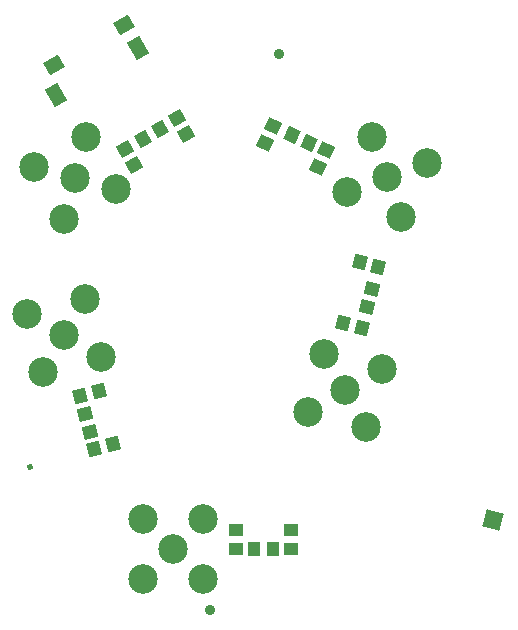
<source format=gts>
G04 Layer_Color=8388736*
%FSLAX25Y25*%
%MOIN*%
G70*
G01*
G75*
%ADD37P,0.08268X4X300.0*%
%ADD38P,0.02523X4X150.0*%
G04:AMPARAMS|DCode=39|XSize=47.37mil|YSize=67.06mil|CornerRadius=0mil|HoleSize=0mil|Usage=FLASHONLY|Rotation=30.000|XOffset=0mil|YOffset=0mil|HoleType=Round|Shape=Rectangle|*
%AMROTATEDRECTD39*
4,1,4,-0.00375,-0.04088,-0.03728,0.01719,0.00375,0.04088,0.03728,-0.01719,-0.00375,-0.04088,0.0*
%
%ADD39ROTATEDRECTD39*%

G04:AMPARAMS|DCode=40|XSize=57.21mil|YSize=47.37mil|CornerRadius=0mil|HoleSize=0mil|Usage=FLASHONLY|Rotation=210.000|XOffset=0mil|YOffset=0mil|HoleType=Round|Shape=Rectangle|*
%AMROTATEDRECTD40*
4,1,4,0.01293,0.03482,0.03662,-0.00621,-0.01293,-0.03482,-0.03662,0.00621,0.01293,0.03482,0.0*
%
%ADD40ROTATEDRECTD40*%

G04:AMPARAMS|DCode=41|XSize=47.37mil|YSize=43.43mil|CornerRadius=0mil|HoleSize=0mil|Usage=FLASHONLY|Rotation=165.000|XOffset=0mil|YOffset=0mil|HoleType=Round|Shape=Rectangle|*
%AMROTATEDRECTD41*
4,1,4,0.02850,0.01485,0.01726,-0.02711,-0.02850,-0.01485,-0.01726,0.02711,0.02850,0.01485,0.0*
%
%ADD41ROTATEDRECTD41*%

G04:AMPARAMS|DCode=42|XSize=47.37mil|YSize=43.43mil|CornerRadius=0mil|HoleSize=0mil|Usage=FLASHONLY|Rotation=255.000|XOffset=0mil|YOffset=0mil|HoleType=Round|Shape=Rectangle|*
%AMROTATEDRECTD42*
4,1,4,-0.01485,0.02850,0.02711,0.01726,0.01485,-0.02850,-0.02711,-0.01726,-0.01485,0.02850,0.0*
%
%ADD42ROTATEDRECTD42*%

%ADD43R,0.04343X0.04737*%
%ADD44R,0.04737X0.04343*%
G04:AMPARAMS|DCode=45|XSize=47.37mil|YSize=43.43mil|CornerRadius=0mil|HoleSize=0mil|Usage=FLASHONLY|Rotation=15.000|XOffset=0mil|YOffset=0mil|HoleType=Round|Shape=Rectangle|*
%AMROTATEDRECTD45*
4,1,4,-0.01726,-0.02711,-0.02850,0.01485,0.01726,0.02711,0.02850,-0.01485,-0.01726,-0.02711,0.0*
%
%ADD45ROTATEDRECTD45*%

G04:AMPARAMS|DCode=46|XSize=47.37mil|YSize=43.43mil|CornerRadius=0mil|HoleSize=0mil|Usage=FLASHONLY|Rotation=105.000|XOffset=0mil|YOffset=0mil|HoleType=Round|Shape=Rectangle|*
%AMROTATEDRECTD46*
4,1,4,0.02711,-0.01726,-0.01485,-0.02850,-0.02711,0.01726,0.01485,0.02850,0.02711,-0.01726,0.0*
%
%ADD46ROTATEDRECTD46*%

G04:AMPARAMS|DCode=47|XSize=47.37mil|YSize=43.43mil|CornerRadius=0mil|HoleSize=0mil|Usage=FLASHONLY|Rotation=120.000|XOffset=0mil|YOffset=0mil|HoleType=Round|Shape=Rectangle|*
%AMROTATEDRECTD47*
4,1,4,0.03065,-0.00965,-0.00697,-0.03137,-0.03065,0.00965,0.00697,0.03137,0.03065,-0.00965,0.0*
%
%ADD47ROTATEDRECTD47*%

G04:AMPARAMS|DCode=48|XSize=47.37mil|YSize=43.43mil|CornerRadius=0mil|HoleSize=0mil|Usage=FLASHONLY|Rotation=30.000|XOffset=0mil|YOffset=0mil|HoleType=Round|Shape=Rectangle|*
%AMROTATEDRECTD48*
4,1,4,-0.00965,-0.03065,-0.03137,0.00697,0.00965,0.03065,0.03137,-0.00697,-0.00965,-0.03065,0.0*
%
%ADD48ROTATEDRECTD48*%

G04:AMPARAMS|DCode=49|XSize=47.37mil|YSize=43.43mil|CornerRadius=0mil|HoleSize=0mil|Usage=FLASHONLY|Rotation=245.000|XOffset=0mil|YOffset=0mil|HoleType=Round|Shape=Rectangle|*
%AMROTATEDRECTD49*
4,1,4,-0.00967,0.03064,0.02969,0.01229,0.00967,-0.03064,-0.02969,-0.01229,-0.00967,0.03064,0.0*
%
%ADD49ROTATEDRECTD49*%

G04:AMPARAMS|DCode=50|XSize=47.37mil|YSize=43.43mil|CornerRadius=0mil|HoleSize=0mil|Usage=FLASHONLY|Rotation=335.000|XOffset=0mil|YOffset=0mil|HoleType=Round|Shape=Rectangle|*
%AMROTATEDRECTD50*
4,1,4,-0.03064,-0.00967,-0.01229,0.02969,0.03064,0.00967,0.01229,-0.02969,-0.03064,-0.00967,0.0*
%
%ADD50ROTATEDRECTD50*%

%ADD51C,0.09855*%
%ADD52C,0.03500*%
D37*
X89450Y-60615D02*
D03*
D38*
X-64998Y-42940D02*
D03*
D39*
X-56274Y81022D02*
D03*
X-28997Y96770D02*
D03*
D40*
X-33766Y104403D02*
D03*
X-56780Y91116D02*
D03*
D41*
X47517Y10431D02*
D03*
X49147Y16516D02*
D03*
D42*
X39547Y5026D02*
D03*
X45632Y3396D02*
D03*
X51109Y23836D02*
D03*
X45024Y25467D02*
D03*
D43*
X16139Y-70344D02*
D03*
X9839D02*
D03*
D44*
X3737Y-70344D02*
D03*
Y-64045D02*
D03*
X22142D02*
D03*
Y-70344D02*
D03*
D45*
X-46613Y-25219D02*
D03*
X-44983Y-31304D02*
D03*
D46*
X-42083Y-17789D02*
D03*
X-48167Y-19420D02*
D03*
X-43480Y-36913D02*
D03*
X-37396Y-35282D02*
D03*
D47*
X-21772Y69675D02*
D03*
X-27228Y66525D02*
D03*
D48*
X-33275Y63028D02*
D03*
X-30125Y57572D02*
D03*
X-12825Y67972D02*
D03*
X-15975Y73428D02*
D03*
D49*
X28054Y65169D02*
D03*
X22345Y67831D02*
D03*
D50*
X31069Y57046D02*
D03*
X33731Y62754D02*
D03*
X16031Y70754D02*
D03*
X13369Y65045D02*
D03*
D51*
X40082Y-17454D02*
D03*
X27834Y-24525D02*
D03*
X47153Y-29701D02*
D03*
X52329Y-10383D02*
D03*
X33011Y-5206D02*
D03*
X-7143Y-60379D02*
D03*
Y-80379D02*
D03*
X-27143D02*
D03*
Y-60379D02*
D03*
X-17143Y-70380D02*
D03*
X-53655Y924D02*
D03*
X-46584Y13171D02*
D03*
X-65902Y7994D02*
D03*
X-60726Y-11324D02*
D03*
X-41407Y-6148D02*
D03*
X-53560Y39840D02*
D03*
X-63560Y57160D02*
D03*
X-46240Y67160D02*
D03*
X-36240Y49840D02*
D03*
X-49900Y53500D02*
D03*
X54000Y53600D02*
D03*
X58837Y40311D02*
D03*
X67289Y58437D02*
D03*
X49163Y66889D02*
D03*
X40711Y48763D02*
D03*
D52*
X18069Y94554D02*
D03*
X-4957Y-90551D02*
D03*
M02*

</source>
